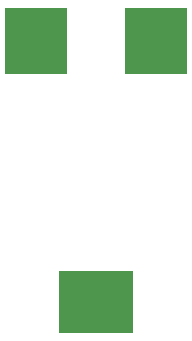
<source format=gbp>
G04 #@! TF.GenerationSoftware,KiCad,Pcbnew,(6.0.1)*
G04 #@! TF.CreationDate,2022-06-09T14:01:23-07:00*
G04 #@! TF.ProjectId,Regulator_5V_rev1_2,52656775-6c61-4746-9f72-5f35565f7265,1.2*
G04 #@! TF.SameCoordinates,Original*
G04 #@! TF.FileFunction,Paste,Bot*
G04 #@! TF.FilePolarity,Positive*
%FSLAX46Y46*%
G04 Gerber Fmt 4.6, Leading zero omitted, Abs format (unit mm)*
G04 Created by KiCad (PCBNEW (6.0.1)) date 2022-06-09 14:01:23*
%MOMM*%
%LPD*%
G01*
G04 APERTURE LIST*
%ADD10R,5.334000X5.588000*%
%ADD11R,6.350000X5.283200*%
G04 APERTURE END LIST*
D10*
X137950000Y-79609000D03*
X148110000Y-79609000D03*
D11*
X143030000Y-101681600D03*
M02*

</source>
